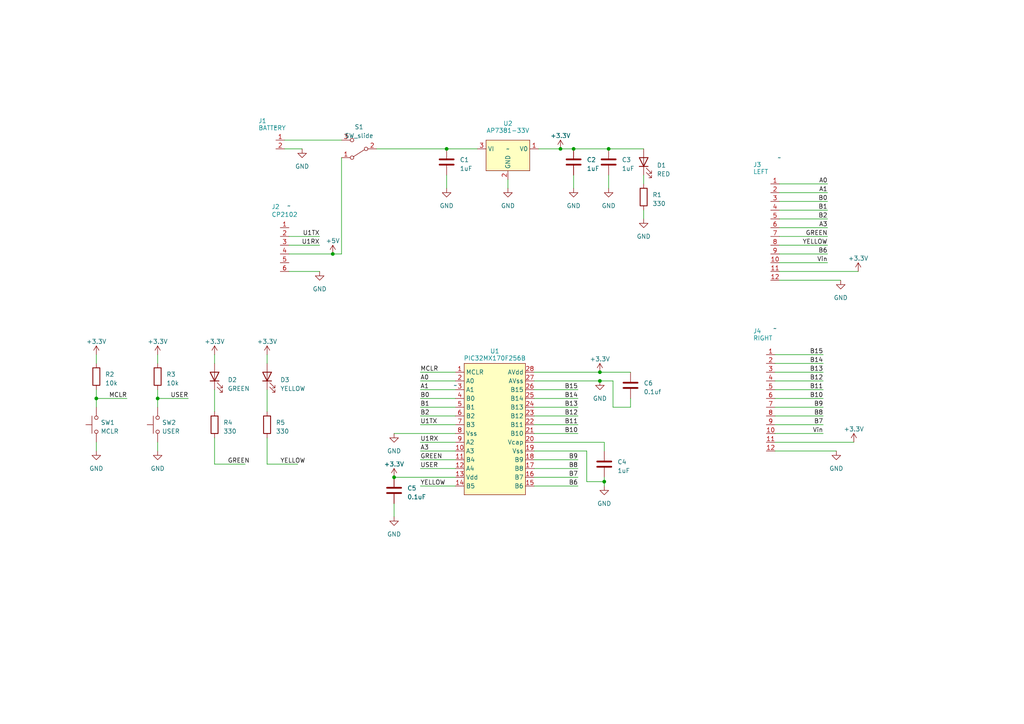
<source format=kicad_sch>
(kicad_sch (version 20230121) (generator eeschema)
  (paper "A4")
  (lib_symbols
    (symbol "Adafruit_CP2102_Friend_1"
      (symbol "Adafruit_CP2102_Friend_1_1_1"
        (text "CP2102" (at -1.27 -2.54 0) (effects (font (size 1.27 1.27))))
        (pin input line (at 0 -6.35 180) (length 2.54) (name "") (number "1"))
        (pin input line (at 0 -8.89 180) (length 2.54) (name "") (number "2"))
        (pin input line (at 0 -11.43 180) (length 2.54) (name "") (number "3"))
        (pin input line (at 0 -13.97 180) (length 2.54) (name "") (number "4"))
        (pin input line (at 0 -16.51 180) (length 2.54) (name "") (number "5"))
        (pin input line (at 0 -19.05 180) (length 2.54) (name "") (number "6"))
      )
    )
    (symbol "Battery_1"
      (symbol "Battery_1_1_1"
        (pin input line (at 2.54 -3.81 180) (length 2.54) (name "") (number "1"))
        (pin input line (at 2.54 -6.35 180) (length 2.54) (name "") (number "2"))
      )
    )
    (symbol "Device:C" (pin_numbers hide) (pin_names (offset 0.254))
      (property "Reference" "C" (at 0.635 2.54 0))
      (property "Value" "C" (at 0.635 -2.54 0))
      (symbol "C_0_1"
        (polyline (pts (xy -2.032 -0.762) (xy 2.032 -0.762)) (stroke (width 0.508)))
        (polyline (pts (xy -2.032 0.762) (xy 2.032 0.762)) (stroke (width 0.508)))
      )
      (symbol "C_1_1"
        (pin passive line (at 0 3.81 270) (length 2.794) (name "~") (number "1"))
        (pin passive line (at 0 -3.81 90) (length 2.794) (name "~") (number "2"))
      )
    )
    (symbol "Device:LED" (pin_numbers hide) (pin_names (offset 1.016) hide)
      (property "Reference" "D" (at 0 2.54 0))
      (property "Value" "LED" (at 0 -2.54 0))
      (symbol "LED_0_1"
        (polyline (pts (xy -1.27 -1.27) (xy -1.27 1.27)) (stroke (width 0.254)))
        (polyline (pts (xy -1.27 0) (xy 1.27 0)))
        (polyline (pts (xy 1.27 -1.27) (xy 1.27 1.27) (xy -1.27 0) (xy 1.27 -1.27)) (stroke (width 0.254)))
        (polyline (pts (xy -3.048 -0.762) (xy -4.572 -2.286) (xy -3.81 -2.286) (xy -4.572 -2.286) (xy -4.572 -1.524)))
        (polyline (pts (xy -1.778 -0.762) (xy -3.302 -2.286) (xy -2.54 -2.286) (xy -3.302 -2.286) (xy -3.302 -1.524)))
      )
      (symbol "LED_1_1"
        (pin passive line (at -3.81 0 0) (length 2.54) (name "K") (number "1"))
        (pin passive line (at 3.81 0 180) (length 2.54) (name "A") (number "2"))
      )
    )
    (symbol "Device:R" (pin_numbers hide) (pin_names (offset 0))
      (property "Reference" "R" (at 2.032 0 90))
      (property "Value" "R" (at 0 0 90))
      (symbol "R_0_1"
        (rectangle (start -1.016 -2.54) (end 1.016 2.54) (stroke (width 0.254)))
      )
      (symbol "R_1_1"
        (pin passive line (at 0 3.81 270) (length 1.27) (name "~") (number "1"))
        (pin passive line (at 0 -3.81 90) (length 1.27) (name "~") (number "2"))
      )
    )
    (symbol "J3_Left_1"
      (symbol "J3_Left_1_1_1"
        (pin input line (at 0 -7.62 180) (length 2.54) (name "") (number "1"))
        (pin input line (at 0 -30.48 180) (length 2.54) (name "") (number "10"))
        (pin input line (at 0 -33.02 180) (length 2.54) (name "") (number "11"))
        (pin input line (at 0 -35.56 180) (length 2.54) (name "") (number "12"))
        (pin input line (at 0 -10.16 180) (length 2.54) (name "") (number "2"))
        (pin input line (at 0 -12.7 180) (length 2.54) (name "") (number "3"))
        (pin input line (at 0 -15.24 180) (length 2.54) (name "") (number "4"))
        (pin input line (at 0 -17.78 180) (length 2.54) (name "") (number "5"))
        (pin input line (at 0 -20.32 180) (length 2.54) (name "") (number "6"))
        (pin input line (at 0 -22.86 180) (length 2.54) (name "") (number "7"))
        (pin input line (at 0 -25.4 180) (length 2.54) (name "") (number "8"))
        (pin input line (at 0 -27.94 180) (length 2.54) (name "") (number "9"))
      )
    )
    (symbol "J3_Left_2"
      (symbol "J3_Left_2_1_1"
        (pin input line (at 0 -7.62 180) (length 2.54) (name "") (number "1"))
        (pin input line (at 0 -30.48 180) (length 2.54) (name "") (number "10"))
        (pin input line (at 0 -33.02 180) (length 2.54) (name "") (number "11"))
        (pin input line (at 0 -35.56 180) (length 2.54) (name "") (number "12"))
        (pin input line (at 0 -10.16 180) (length 2.54) (name "") (number "2"))
        (pin input line (at 0 -12.7 180) (length 2.54) (name "") (number "3"))
        (pin input line (at 0 -15.24 180) (length 2.54) (name "") (number "4"))
        (pin input line (at 0 -17.78 180) (length 2.54) (name "") (number "5"))
        (pin input line (at 0 -20.32 180) (length 2.54) (name "") (number "6"))
        (pin input line (at 0 -22.86 180) (length 2.54) (name "") (number "7"))
        (pin input line (at 0 -25.4 180) (length 2.54) (name "") (number "8"))
        (pin input line (at 0 -27.94 180) (length 2.54) (name "") (number "9"))
      )
    )
    (symbol "NU32_library:AP7381-33V"
      (symbol "AP7381-33V_0_0"
        (text "" (at -7.62 1.27 0) (effects (font (size 1.27 1.27))))
      )
      (symbol "AP7381-33V_1_1"
        (rectangle (start -6.35 2.54) (end 6.35 -6.35) (fill (type background)))
        (text "U2\nAP7381-33V" (at 0 6.35 0) (effects (font (size 1.27 1.27))))
        (pin input line (at 8.89 0 180) (length 2.54) (name "V0") (number "1"))
        (pin input line (at 0 -8.89 90) (length 2.54) (name "GND") (number "2"))
        (pin input line (at -8.89 0 0) (length 2.54) (name "VI") (number "3"))
      )
    )
    (symbol "NU32_library:PIC32MX170F256B"
      (symbol "PIC32MX170F256B_1_1"
        (rectangle (start -8.89 -7.62) (end 8.89 -45.72) (fill (type background)))
        (text "U1\nPIC32MX170F256B" (at 0 -5.08 0) (effects (font (size 1.27 1.27))))
        (pin input line (at -11.43 -10.16 0) (length 2.54) (name "MCLR") (number "1"))
        (pin input line (at -11.43 -33.02 0) (length 2.54) (name "A3") (number "10"))
        (pin input line (at -11.43 -35.56 0) (length 2.54) (name "B4") (number "11"))
        (pin input line (at -11.43 -38.1 0) (length 2.54) (name "A4") (number "12"))
        (pin input line (at -11.43 -40.64 0) (length 2.54) (name "Vdd") (number "13"))
        (pin input line (at -11.43 -43.18 0) (length 2.54) (name "B5") (number "14"))
        (pin input line (at 11.43 -43.18 180) (length 2.54) (name "B6") (number "15"))
        (pin input line (at 11.43 -40.64 180) (length 2.54) (name "B7") (number "16"))
        (pin input line (at 11.43 -38.1 180) (length 2.54) (name "B8") (number "17"))
        (pin input line (at 11.43 -35.56 180) (length 2.54) (name "B9") (number "18"))
        (pin input line (at 11.43 -33.02 180) (length 2.54) (name "Vss") (number "19"))
        (pin input line (at -11.43 -12.7 0) (length 2.54) (name "A0") (number "2"))
        (pin input line (at 11.43 -30.48 180) (length 2.54) (name "Vcap") (number "20"))
        (pin input line (at 11.43 -27.94 180) (length 2.54) (name "B10") (number "21"))
        (pin input line (at 11.43 -25.4 180) (length 2.54) (name "B11") (number "22"))
        (pin input line (at 11.43 -22.86 180) (length 2.54) (name "B12") (number "23"))
        (pin input line (at 11.43 -20.32 180) (length 2.54) (name "B13") (number "24"))
        (pin input line (at 11.43 -17.78 180) (length 2.54) (name "B14") (number "25"))
        (pin input line (at 11.43 -15.24 180) (length 2.54) (name "B15") (number "26"))
        (pin input line (at 11.43 -12.7 180) (length 2.54) (name "AVss") (number "27"))
        (pin input line (at 11.43 -10.16 180) (length 2.54) (name "AVdd") (number "28"))
        (pin input line (at -11.43 -15.24 0) (length 2.54) (name "A1") (number "3"))
        (pin bidirectional line (at -11.43 -17.78 0) (length 2.54) (name "B0") (number "4"))
        (pin bidirectional line (at -11.43 -20.32 0) (length 2.54) (name "B1") (number "5"))
        (pin bidirectional line (at -11.43 -22.86 0) (length 2.54) (name "B2") (number "6"))
        (pin bidirectional line (at -11.43 -25.4 0) (length 2.54) (name "B3") (number "7"))
        (pin input line (at -11.43 -27.94 0) (length 2.54) (name "Vss") (number "8"))
        (pin input line (at -11.43 -30.48 0) (length 2.54) (name "A2") (number "9"))
      )
    )
    (symbol "Switch:SW_Push" (pin_numbers hide) (pin_names (offset 1.016) hide)
      (property "Reference" "SW" (at 1.27 2.54 0))
      (property "Value" "SW_Push" (at 0 -1.524 0))
      (symbol "SW_Push_0_1"
        (circle (center -2.032 0) (radius 0.508))
        (polyline (pts (xy 0 1.27) (xy 0 3.048)))
        (polyline (pts (xy 2.54 1.27) (xy -2.54 1.27)))
        (circle (center 2.032 0) (radius 0.508))
        (pin passive line (at -5.08 0 0) (length 2.54) (name "1") (number "1"))
        (pin passive line (at 5.08 0 180) (length 2.54) (name "2") (number "2"))
      )
    )
    (symbol "Switch:SW_SPDT" (pin_names (offset 0) hide)
      (property "Reference" "SW" (at 0 4.318 0))
      (property "Value" "SW_SPDT" (at 0 -5.08 0))
      (symbol "SW_SPDT_0_0"
        (circle (center -2.032 0) (radius 0.508))
        (circle (center 2.032 -2.54) (radius 0.508))
      )
      (symbol "SW_SPDT_0_1"
        (polyline (pts (xy -1.524 0.254) (xy 1.651 2.286)))
        (circle (center 2.032 2.54) (radius 0.508))
      )
      (symbol "SW_SPDT_1_1"
        (pin passive line (at 5.08 2.54 180) (length 2.54) (name "A") (number "1"))
        (pin passive line (at -5.08 0 0) (length 2.54) (name "B") (number "2"))
        (pin passive line (at 5.08 -2.54 180) (length 2.54) (name "C") (number "3"))
      )
    )
    (symbol "power:+3.3V" (power) (pin_names (offset 0))
      (property "Value" "+3.3V" (at 0 3.556 0))
      (symbol "+3.3V_0_1"
        (polyline (pts (xy -0.762 1.27) (xy 0 2.54)))
        (polyline (pts (xy 0 0) (xy 0 2.54)))
        (polyline (pts (xy 0 2.54) (xy 0.762 1.27)))
      )
      (symbol "+3.3V_1_1"
        (pin power_in line (at 0 0 90) (length 0) hide (name "+3.3V") (number "1"))
      )
    )
    (symbol "power:+5V" (power) (pin_names (offset 0))
      (property "Value" "+5V" (at 0 3.556 0))
      (symbol "+5V_0_1"
        (polyline (pts (xy -0.762 1.27) (xy 0 2.54)))
        (polyline (pts (xy 0 0) (xy 0 2.54)))
        (polyline (pts (xy 0 2.54) (xy 0.762 1.27)))
      )
      (symbol "+5V_1_1"
        (pin power_in line (at 0 0 90) (length 0) hide (name "+5V") (number "1"))
      )
    )
    (symbol "power:GND" (power) (pin_names (offset 0))
      (property "Value" "GND" (at 0 -3.81 0))
      (symbol "GND_0_1"
        (polyline (pts (xy 0 0) (xy 0 -1.27) (xy 1.27 -1.27) (xy 0 -2.54) (xy -1.27 -1.27) (xy 0 -1.27)))
      )
      (symbol "GND_1_1"
        (pin power_in line (at 0 0 270) (length 0) hide (name "GND") (number "1"))
      )
    )
  )
  (junction (at 114.3 138.43))
  (junction (at 45.72 115.57))
  (junction (at 173.99 110.49))
  (junction (at 175.26 139.7))
  (junction (at 129.54 43.18))
  (junction (at 173.99 107.95))
  (junction (at 96.52 73.66))
  (junction (at 176.53 43.18))
  (junction (at 27.94 115.57))
  (junction (at 162.56 43.18))
  (junction (at 166.37 43.18))
  (wire (pts (xy 177.8 118.11) (xy 177.8 110.49)))
  (wire (pts (xy 224.79 120.65) (xy 238.76 120.65)))
  (wire (pts (xy 226.06 76.2) (xy 240.03 76.2)))
  (wire (pts (xy 121.92 133.35) (xy 132.08 133.35)))
  (wire (pts (xy 77.47 134.62) (xy 86.36 134.62)))
  (wire (pts (xy 224.79 130.81) (xy 242.57 130.81)))
  (wire (pts (xy 154.94 113.03) (xy 167.64 113.03)))
  (wire (pts (xy 154.94 135.89) (xy 167.64 135.89)))
  (wire (pts (xy 83.82 71.12) (xy 92.71 71.12)))
  (wire (pts (xy 224.79 105.41) (xy 238.76 105.41)))
  (wire (pts (xy 82.55 40.64) (xy 99.06 40.64)))
  (wire (pts (xy 170.18 130.81) (xy 170.18 139.7)))
  (wire (pts (xy 27.94 115.57) (xy 36.83 115.57)))
  (wire (pts (xy 27.94 102.87) (xy 27.94 105.41)))
  (wire (pts (xy 121.92 130.81) (xy 132.08 130.81)))
  (wire (pts (xy 121.92 118.11) (xy 132.08 118.11)))
  (wire (pts (xy 114.3 146.05) (xy 114.3 149.86)))
  (wire (pts (xy 45.72 115.57) (xy 54.61 115.57)))
  (wire (pts (xy 121.92 115.57) (xy 132.08 115.57)))
  (wire (pts (xy 175.26 128.27) (xy 175.26 130.81)))
  (wire (pts (xy 226.06 60.96) (xy 240.03 60.96)))
  (wire (pts (xy 82.55 43.18) (xy 87.63 43.18)))
  (wire (pts (xy 224.79 118.11) (xy 238.76 118.11)))
  (wire (pts (xy 154.94 123.19) (xy 167.64 123.19)))
  (wire (pts (xy 121.92 123.19) (xy 132.08 123.19)))
  (wire (pts (xy 62.23 134.62) (xy 71.12 134.62)))
  (wire (pts (xy 166.37 43.18) (xy 176.53 43.18)))
  (wire (pts (xy 45.72 128.27) (xy 45.72 130.81)))
  (wire (pts (xy 226.06 55.88) (xy 240.03 55.88)))
  (wire (pts (xy 170.18 139.7) (xy 175.26 139.7)))
  (wire (pts (xy 27.94 128.27) (xy 27.94 130.81)))
  (wire (pts (xy 121.92 128.27) (xy 132.08 128.27)))
  (wire (pts (xy 224.79 115.57) (xy 238.76 115.57)))
  (wire (pts (xy 83.82 73.66) (xy 96.52 73.66)))
  (wire (pts (xy 224.79 113.03) (xy 238.76 113.03)))
  (wire (pts (xy 62.23 113.03) (xy 62.23 119.38)))
  (wire (pts (xy 226.06 53.34) (xy 240.03 53.34)))
  (wire (pts (xy 27.94 118.11) (xy 27.94 115.57)))
  (wire (pts (xy 77.47 102.87) (xy 77.47 105.41)))
  (wire (pts (xy 154.94 115.57) (xy 167.64 115.57)))
  (wire (pts (xy 154.94 120.65) (xy 167.64 120.65)))
  (wire (pts (xy 182.88 118.11) (xy 177.8 118.11)))
  (wire (pts (xy 154.94 133.35) (xy 167.64 133.35)))
  (wire (pts (xy 226.06 81.28) (xy 243.84 81.28)))
  (wire (pts (xy 173.99 107.95) (xy 182.88 107.95)))
  (wire (pts (xy 154.94 107.95) (xy 173.99 107.95)))
  (wire (pts (xy 186.69 50.8) (xy 186.69 53.34)))
  (wire (pts (xy 154.94 130.81) (xy 170.18 130.81)))
  (wire (pts (xy 224.79 107.95) (xy 238.76 107.95)))
  (wire (pts (xy 114.3 138.43) (xy 132.08 138.43)))
  (wire (pts (xy 224.79 123.19) (xy 238.76 123.19)))
  (wire (pts (xy 224.79 128.27) (xy 247.65 128.27)))
  (wire (pts (xy 224.79 102.87) (xy 238.76 102.87)))
  (wire (pts (xy 154.94 110.49) (xy 173.99 110.49)))
  (wire (pts (xy 154.94 140.97) (xy 167.64 140.97)))
  (wire (pts (xy 173.99 110.49) (xy 177.8 110.49)))
  (wire (pts (xy 226.06 58.42) (xy 240.03 58.42)))
  (wire (pts (xy 154.94 138.43) (xy 167.64 138.43)))
  (wire (pts (xy 156.21 43.18) (xy 162.56 43.18)))
  (wire (pts (xy 121.92 107.95) (xy 132.08 107.95)))
  (wire (pts (xy 45.72 102.87) (xy 45.72 105.41)))
  (wire (pts (xy 129.54 50.8) (xy 129.54 54.61)))
  (wire (pts (xy 226.06 78.74) (xy 248.92 78.74)))
  (wire (pts (xy 224.79 125.73) (xy 238.76 125.73)))
  (wire (pts (xy 121.92 135.89) (xy 132.08 135.89)))
  (wire (pts (xy 175.26 139.7) (xy 175.26 140.97)))
  (wire (pts (xy 96.52 73.66) (xy 99.06 73.66)))
  (wire (pts (xy 45.72 115.57) (xy 45.72 113.03)))
  (wire (pts (xy 121.92 110.49) (xy 132.08 110.49)))
  (wire (pts (xy 147.32 52.07) (xy 147.32 54.61)))
  (wire (pts (xy 226.06 63.5) (xy 240.03 63.5)))
  (wire (pts (xy 226.06 66.04) (xy 240.03 66.04)))
  (wire (pts (xy 121.92 140.97) (xy 132.08 140.97)))
  (wire (pts (xy 162.56 43.18) (xy 166.37 43.18)))
  (wire (pts (xy 121.92 120.65) (xy 132.08 120.65)))
  (wire (pts (xy 154.94 125.73) (xy 167.64 125.73)))
  (wire (pts (xy 186.69 60.96) (xy 186.69 63.5)))
  (wire (pts (xy 45.72 118.11) (xy 45.72 115.57)))
  (wire (pts (xy 77.47 113.03) (xy 77.47 119.38)))
  (wire (pts (xy 175.26 138.43) (xy 175.26 139.7)))
  (wire (pts (xy 176.53 43.18) (xy 186.69 43.18)))
  (wire (pts (xy 182.88 115.57) (xy 182.88 118.11)))
  (wire (pts (xy 83.82 78.74) (xy 92.71 78.74)))
  (wire (pts (xy 226.06 71.12) (xy 240.03 71.12)))
  (wire (pts (xy 154.94 128.27) (xy 175.26 128.27)))
  (wire (pts (xy 129.54 43.18) (xy 138.43 43.18)))
  (wire (pts (xy 166.37 50.8) (xy 166.37 54.61)))
  (wire (pts (xy 154.94 118.11) (xy 167.64 118.11)))
  (wire (pts (xy 109.22 43.18) (xy 129.54 43.18)))
  (wire (pts (xy 27.94 115.57) (xy 27.94 113.03)))
  (wire (pts (xy 62.23 127) (xy 62.23 134.62)))
  (wire (pts (xy 62.23 102.87) (xy 62.23 105.41)))
  (wire (pts (xy 83.82 68.58) (xy 92.71 68.58)))
  (wire (pts (xy 176.53 50.8) (xy 176.53 54.61)))
  (wire (pts (xy 114.3 125.73) (xy 132.08 125.73)))
  (wire (pts (xy 224.79 110.49) (xy 238.76 110.49)))
  (wire (pts (xy 121.92 113.03) (xy 132.08 113.03)))
  (wire (pts (xy 226.06 68.58) (xy 240.03 68.58)))
  (wire (pts (xy 77.47 127) (xy 77.47 134.62)))
  (wire (pts (xy 99.06 45.72) (xy 99.06 73.66)))
  (wire (pts (xy 226.06 73.66) (xy 240.03 73.66)))
  (text "J2" (at 78.74 60.96 0) (effects (font (size 1.27 1.27)) (justify left bottom)))
  (text "J1\nBATTERY" (at 74.93 38.1 0) (effects (font (size 1.27 1.27)) (justify left bottom)))
  (text "J3\nLEFT" (at 218.44 50.8 0) (effects (font (size 1.27 1.27)) (justify left bottom)))
  (text "J4\nRIGHT" (at 218.44 99.06 0) (effects (font (size 1.27 1.27)) (justify left bottom)))
  (label "B11" (at 167.64 123.19 180))
  (label "B13" (at 167.64 118.11 180))
  (label "B1" (at 240.03 60.96 180))
  (label "USER" (at 121.92 135.89 0))
  (label "A0" (at 121.92 110.49 0))
  (label "A0" (at 240.03 53.34 180))
  (label "B10" (at 238.76 115.57 180))
  (label "B13" (at 238.76 107.95 180))
  (label "B10" (at 167.64 125.73 180))
  (label "Vin" (at 238.76 125.73 180))
  (label "U1RX" (at 92.71 71.12 180))
  (label "YELLOW" (at 81.28 134.62 0))
  (label "B0" (at 121.92 115.57 0))
  (label "U1TX" (at 121.92 123.19 0))
  (label "B11" (at 238.76 113.03 180))
  (label "B6" (at 240.03 73.66 180))
  (label "Vin" (at 240.03 76.2 180))
  (label "GREEN" (at 121.92 133.35 0))
  (label "B14" (at 238.76 105.41 180))
  (label "YELLOW" (at 240.03 71.12 180))
  (label "A3" (at 240.03 66.04 180))
  (label "MCLR" (at 121.92 107.95 0))
  (label "U1TX" (at 92.71 68.58 180))
  (label "A1" (at 240.03 55.88 180))
  (label "B7" (at 238.76 123.19 180))
  (label "B9" (at 167.64 133.35 180))
  (label "GREEN" (at 240.03 68.58 180))
  (label "B1" (at 121.92 118.11 0))
  (label "A1" (at 121.92 113.03 0))
  (label "USER" (at 54.61 115.57 180))
  (label "YELLOW" (at 121.92 140.97 0))
  (label "B15" (at 238.76 102.87 180))
  (label "B6" (at 167.64 140.97 180))
  (label "B7" (at 167.64 138.43 180))
  (label "B12" (at 238.76 110.49 180))
  (label "B12" (at 167.64 120.65 180))
  (label "GREEN" (at 66.04 134.62 0))
  (label "B0" (at 240.03 58.42 180))
  (label "B9" (at 238.76 118.11 180))
  (label "B2" (at 240.03 63.5 180))
  (label "A3" (at 121.92 130.81 0))
  (label "B8" (at 238.76 120.65 180))
  (label "U1RX" (at 121.92 128.27 0))
  (label "B8" (at 167.64 135.89 180))
  (label "B2" (at 121.92 120.65 0))
  (label "MCLR" (at 36.83 115.57 180))
  (label "B15" (at 167.64 113.03 180))
  (label "B14" (at 167.64 115.57 180))
  (symbol (lib_id "Device:LED") (at 186.69 46.99 90) (unit 1)
    (property "Reference" "D1" (at 190.5 47.9425 90) (effects (justify right)))
    (property "Value" "RED" (at 190.5 50.4825 90) (effects (justify right)))
    (property "Footprint" "LED_THT:LED_D3.0mm" (effects hide))
  )
  (symbol (lib_id "NU32_library:AP7381-33V") (at 147.32 43.18 0) (unit 1)
    (property "Reference" "U4" (effects hide))
    (property "Value" "~" (at 147.32 43.18 0))
    (property "Footprint" "Package_TO_SOT_THT:TO-92L_Inline" (effects hide))
  )
  (symbol (lib_id "Device:C") (at 176.53 46.99 0) (unit 1)
    (property "Reference" "C3" (at 180.34 46.355 0) (effects (justify left)))
    (property "Value" "1uF" (at 180.34 48.895 0) (effects (justify left)))
    (property "Footprint" "Capacitor_THT:C_Disc_D5.1mm_W3.2mm_P5.00mm" (effects hide))
  )
  (symbol (lib_id "power:GND") (at 92.71 78.74 0) (unit 1)
    (property "Reference" "#PWR011" (effects hide))
    (property "Value" "GND" (at 92.71 83.82 0))
  )
  (symbol (lib_id "power:GND") (at 166.37 54.61 0) (unit 1)
    (property "Reference" "#PWR07" (effects hide))
    (property "Value" "GND" (at 166.37 59.69 0))
  )
  (symbol (lib_id "Switch:SW_Push") (at 27.94 123.19 90) (unit 1)
    (property "Reference" "SW1" (at 29.21 122.555 90) (effects (justify right)))
    (property "Value" "MCLR" (at 29.21 125.095 90) (effects (justify right)))
    (property "Footprint" "pic32board:pushbutton" (effects hide))
  )
  (symbol (lib_name "J3_Left_2") (lib_id "NU32_library:J3_Left") (at 224.79 95.25 0) (unit 1)
    (property "Reference" "U2" (effects hide))
    (property "Value" "~" (at 224.79 95.25 0))
    (property "Footprint" "Connector_PinSocket_2.54mm:PinSocket_1x12_P2.54mm_Vertical" (effects hide))
  )
  (symbol (lib_id "Device:LED") (at 77.47 109.22 90) (unit 1)
    (property "Reference" "D3" (at 81.28 110.1725 90) (effects (justify right)))
    (property "Value" "YELLOW" (at 81.28 112.7125 90) (effects (justify right)))
    (property "Footprint" "LED_THT:LED_D3.0mm" (effects hide))
  )
  (symbol (lib_id "Device:R") (at 45.72 109.22 0) (unit 1)
    (property "Reference" "R3" (at 48.26 108.585 0) (effects (justify left)))
    (property "Value" "10k" (at 48.26 111.125 0) (effects (justify left)))
    (property "Footprint" "Resistor_THT:R_Axial_DIN0207_L6.3mm_D2.5mm_P7.62mm_Horizontal" (effects hide))
  )
  (symbol (lib_id "power:+3.3V") (at 62.23 102.87 0) (unit 1)
    (property "Reference" "#PWR022" (effects hide))
    (property "Value" "+3.3V" (at 62.23 99.06 0))
  )
  (symbol (lib_id "power:GND") (at 114.3 125.73 0) (unit 1)
    (property "Reference" "#PWR016" (effects hide))
    (property "Value" "GND" (at 114.3 130.81 0))
  )
  (symbol (lib_id "power:GND") (at 173.99 110.49 0) (unit 1)
    (property "Reference" "#PWR03" (effects hide))
    (property "Value" "GND" (at 173.99 115.57 0))
  )
  (symbol (lib_id "power:GND") (at 87.63 43.18 0) (unit 1)
    (property "Reference" "#PWR012" (effects hide))
    (property "Value" "GND" (at 87.63 48.26 0))
  )
  (symbol (lib_id "power:+3.3V") (at 27.94 102.87 0) (unit 1)
    (property "Reference" "#PWR014" (effects hide))
    (property "Value" "+3.3V" (at 27.94 99.06 0))
  )
  (symbol (lib_id "Device:C") (at 114.3 142.24 0) (unit 1)
    (property "Reference" "C5" (at 118.11 141.605 0) (effects (justify left)))
    (property "Value" "0.1uF" (at 118.11 144.145 0) (effects (justify left)))
    (property "Footprint" "Capacitor_THT:C_Disc_D3.4mm_W2.1mm_P2.50mm" (effects hide))
  )
  (symbol (lib_id "power:+5V") (at 96.52 73.66 0) (unit 1)
    (property "Reference" "#PWR024" (effects hide))
    (property "Value" "+5V" (at 96.52 69.85 0))
  )
  (symbol (lib_id "Device:R") (at 62.23 123.19 0) (unit 1)
    (property "Reference" "R4" (at 64.77 122.555 0) (effects (justify left)))
    (property "Value" "330" (at 64.77 125.095 0) (effects (justify left)))
    (property "Footprint" "Resistor_THT:R_Axial_DIN0207_L6.3mm_D2.5mm_P7.62mm_Horizontal" (effects hide))
  )
  (symbol (lib_id "Device:LED") (at 62.23 109.22 90) (unit 1)
    (property "Reference" "D2" (at 66.04 110.1725 90) (effects (justify right)))
    (property "Value" "GREEN" (at 66.04 112.7125 90) (effects (justify right)))
    (property "Footprint" "LED_THT:LED_D3.0mm" (effects hide))
  )
  (symbol (lib_id "power:+3.3V") (at 162.56 43.18 0) (unit 1)
    (property "Reference" "#PWR013" (effects hide))
    (property "Value" "+3.3V" (at 162.56 39.37 0))
  )
  (symbol (lib_id "NU32_library:PIC32MX170F256B") (at 143.51 97.79 0) (unit 1)
    (property "Reference" "U1" (effects hide))
    (property "Value" "~" (at 132.08 111.76 0))
    (property "Footprint" "Package_DIP:DIP-28_W7.62mm_Socket" (effects hide))
  )
  (symbol (lib_id "power:GND") (at 45.72 130.81 0) (unit 1)
    (property "Reference" "#PWR021" (effects hide))
    (property "Value" "GND" (at 45.72 135.89 0))
  )
  (symbol (lib_id "power:GND") (at 147.32 54.61 0) (unit 1)
    (property "Reference" "#PWR025" (effects hide))
    (property "Value" "GND" (at 147.32 59.69 0))
  )
  (symbol (lib_name "Adafruit_CP2102_Friend_1") (lib_id "NU32_library:Adafruit_CP2102_Friend") (at 83.82 59.69 0) (unit 1)
    (property "Reference" "U3" (effects hide))
    (property "Value" "~" (at 83.82 59.69 0))
    (property "Footprint" "Connector_PinSocket_2.54mm:PinSocket_1x06_P2.54mm_Vertical" (effects hide))
  )
  (symbol (lib_id "power:+3.3V") (at 173.99 107.95 0) (unit 1)
    (property "Reference" "#PWR017" (effects hide))
    (property "Value" "+3.3V" (at 173.99 104.14 0))
  )
  (symbol (lib_id "power:+3.3V") (at 77.47 102.87 0) (unit 1)
    (property "Reference" "#PWR023" (effects hide))
    (property "Value" "+3.3V" (at 77.47 99.06 0))
  )
  (symbol (lib_id "Device:C") (at 129.54 46.99 0) (unit 1)
    (property "Reference" "C1" (at 133.35 46.355 0) (effects (justify left)))
    (property "Value" "1uF" (at 133.35 48.895 0) (effects (justify left)))
    (property "Footprint" "Capacitor_THT:C_Disc_D5.1mm_W3.2mm_P5.00mm" (effects hide))
  )
  (symbol (lib_id "Device:R") (at 77.47 123.19 0) (unit 1)
    (property "Reference" "R5" (at 80.01 122.555 0) (effects (justify left)))
    (property "Value" "330" (at 80.01 125.095 0) (effects (justify left)))
    (property "Footprint" "Resistor_THT:R_Axial_DIN0207_L6.3mm_D2.5mm_P7.62mm_Horizontal" (effects hide))
  )
  (symbol (lib_id "power:GND") (at 175.26 140.97 0) (unit 1)
    (property "Reference" "#PWR02" (effects hide))
    (property "Value" "GND" (at 175.26 146.05 0))
  )
  (symbol (lib_id "Device:C") (at 182.88 111.76 0) (unit 1)
    (property "Reference" "C6" (at 186.69 111.125 0) (effects (justify left)))
    (property "Value" "0.1uf" (at 186.69 113.665 0) (effects (justify left)))
    (property "Footprint" "Capacitor_THT:C_Disc_D3.4mm_W2.1mm_P2.50mm" (effects hide))
  )
  (symbol (lib_id "power:GND") (at 186.69 63.5 0) (unit 1)
    (property "Reference" "#PWR010" (effects hide))
    (property "Value" "GND" (at 186.69 68.58 0))
  )
  (symbol (lib_id "power:GND") (at 114.3 149.86 0) (unit 1)
    (property "Reference" "#PWR01" (effects hide))
    (property "Value" "GND" (at 114.3 154.94 0))
  )
  (symbol (lib_id "power:+3.3V") (at 247.65 128.27 0) (unit 1)
    (property "Reference" "#PWR019" (effects hide))
    (property "Value" "+3.3V" (at 247.65 124.46 0))
  )
  (symbol (lib_id "Device:C") (at 175.26 134.62 0) (unit 1)
    (property "Reference" "C4" (at 179.07 133.985 0) (effects (justify left)))
    (property "Value" "1uF" (at 179.07 136.525 0) (effects (justify left)))
    (property "Footprint" "Capacitor_THT:C_Disc_D5.1mm_W3.2mm_P5.00mm" (effects hide))
  )
  (symbol (lib_id "power:GND") (at 129.54 54.61 0) (unit 1)
    (property "Reference" "#PWR09" (effects hide))
    (property "Value" "GND" (at 129.54 59.69 0))
  )
  (symbol (lib_id "power:+3.3V") (at 248.92 78.74 0) (unit 1)
    (property "Reference" "#PWR027" (effects hide))
    (property "Value" "+3.3V" (at 248.92 74.93 0))
  )
  (symbol (lib_id "power:GND") (at 243.84 81.28 0) (unit 1)
    (property "Reference" "#PWR026" (effects hide))
    (property "Value" "GND" (at 243.84 86.36 0))
  )
  (symbol (lib_id "power:+3.3V") (at 45.72 102.87 0) (unit 1)
    (property "Reference" "#PWR020" (effects hide))
    (property "Value" "+3.3V" (at 45.72 99.06 0))
  )
  (symbol (lib_id "power:GND") (at 176.53 54.61 0) (unit 1)
    (property "Reference" "#PWR08" (effects hide))
    (property "Value" "GND" (at 176.53 59.69 0))
  )
  (symbol (lib_id "power:GND") (at 27.94 130.81 0) (unit 1)
    (property "Reference" "#PWR06" (effects hide))
    (property "Value" "GND" (at 27.94 135.89 0))
  )
  (symbol (lib_id "Device:R") (at 27.94 109.22 0) (unit 1)
    (property "Reference" "R2" (at 30.48 108.585 0) (effects (justify left)))
    (property "Value" "10k" (at 30.48 111.125 0) (effects (justify left)))
    (property "Footprint" "Resistor_THT:R_Axial_DIN0207_L6.3mm_D2.5mm_P7.62mm_Horizontal" (effects hide))
  )
  (symbol (lib_id "Device:R") (at 186.69 57.15 0) (unit 1)
    (property "Reference" "R1" (at 189.23 56.515 0) (effects (justify left)))
    (property "Value" "330" (at 189.23 59.055 0) (effects (justify left)))
    (property "Footprint" "Resistor_THT:R_Axial_DIN0207_L6.3mm_D2.5mm_P7.62mm_Horizontal" (effects hide))
  )
  (symbol (lib_id "power:+3.3V") (at 114.3 138.43 0) (unit 1)
    (property "Reference" "#PWR015" (effects hide))
    (property "Value" "+3.3V" (at 114.3 134.62 0))
  )
  (symbol (lib_name "J3_Left_1") (lib_id "NU32_library:J3_Left") (at 226.06 45.72 0) (unit 1)
    (property "Reference" "U7" (effects hide))
    (property "Value" "~" (at 226.06 45.72 0))
    (property "Footprint" "Connector_PinSocket_2.54mm:PinSocket_1x12_P2.54mm_Vertical" (effects hide))
  )
  (symbol (lib_id "Device:C") (at 166.37 46.99 0) (unit 1)
    (property "Reference" "C2" (at 170.18 46.355 0) (effects (justify left)))
    (property "Value" "1uF" (at 170.18 48.895 0) (effects (justify left)))
    (property "Footprint" "Capacitor_THT:C_Disc_D5.1mm_W3.2mm_P5.00mm" (effects hide))
  )
  (symbol (lib_id "power:GND") (at 242.57 130.81 0) (unit 1)
    (property "Reference" "#PWR05" (effects hide))
    (property "Value" "GND" (at 242.57 135.89 0))
  )
  (symbol (lib_id "Switch:SW_SPDT") (at 104.14 43.18 180) (unit 1)
    (property "Reference" "S1" (at 104.14 36.83 0))
    (property "Value" "SW_slide" (at 104.14 39.37 0))
    (property "Footprint" "pic32board:slidesw2" (effects hide))
  )
  (symbol (lib_id "Switch:SW_Push") (at 45.72 123.19 90) (unit 1)
    (property "Reference" "SW2" (at 46.99 122.555 90) (effects (justify right)))
    (property "Value" "USER" (at 46.99 125.095 90) (effects (justify right)))
    (property "Footprint" "pic32board:pushbutton" (effects hide))
  )
  (symbol (lib_name "Battery_1") (lib_id "NU32_library:Battery") (at 80.01 36.83 0) (unit 1)
    (property "Reference" "U5" (effects hide))
    (property "Value" "~" (at 80.01 36.83 0))
    (property "Footprint" "Connector_PinSocket_2.54mm:PinSocket_1x02_P2.54mm_Vertical" (effects hide))
  )
)
</source>
